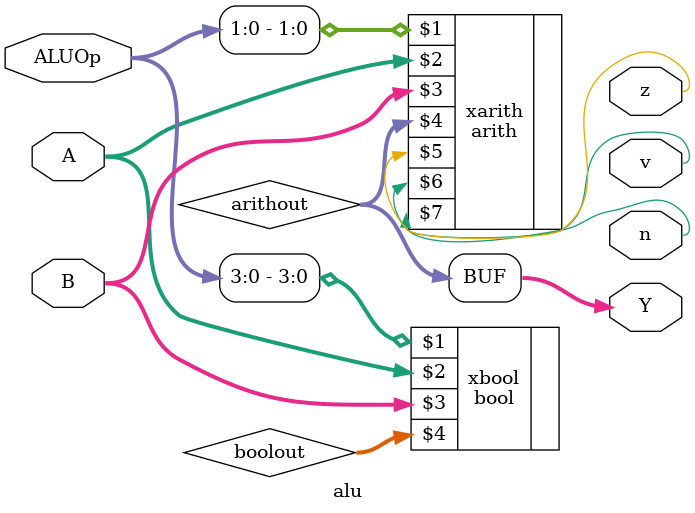
<source format=sv>
module alu( 
    input logic [31:0] A,
    input logic [31:0] B,
    input logic [4:0] ALUOp,
    output logic [31:0] Y,
    output logic z,
    output logic v,
    output logic n
);

    // signals
    logic [31:0] boolout;
    logic [31:0] shiftout;
    logic [31:0] arithout;
    logic [31:0] comput;

    // modules
    bool xbool(ALUOp[3:0],A,B,boolout);
    arith xarith(ALUOp[1:0],A,B,arithout,z,v,n);
    //comp xcomp(ALUOp[3], ALUOp[1], z,v,n,compout);
    //shift xshift(ALUOp[1:0],A,B,shiftout);

    // outputs
    assign Y = arithout;

endmodule

</source>
